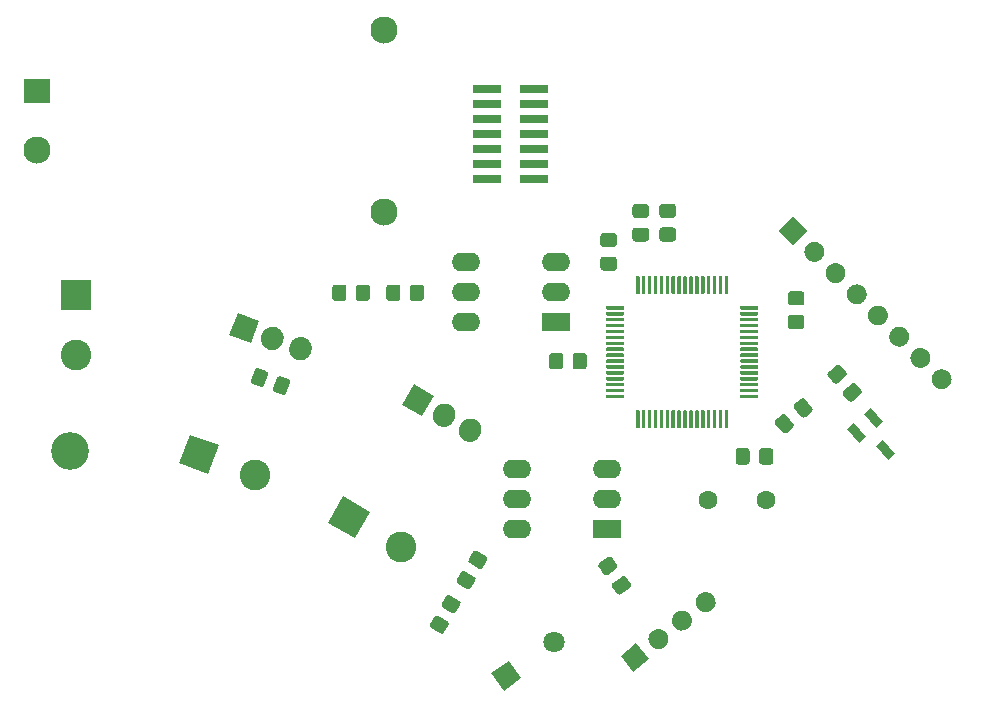
<source format=gbr>
%TF.GenerationSoftware,KiCad,Pcbnew,(5.1.9)-1*%
%TF.CreationDate,2021-12-25T05:37:13+03:00*%
%TF.ProjectId,filadry2,66696c61-6472-4793-922e-6b696361645f,rev?*%
%TF.SameCoordinates,Original*%
%TF.FileFunction,Soldermask,Top*%
%TF.FilePolarity,Negative*%
%FSLAX46Y46*%
G04 Gerber Fmt 4.6, Leading zero omitted, Abs format (unit mm)*
G04 Created by KiCad (PCBNEW (5.1.9)-1) date 2021-12-25 05:37:13*
%MOMM*%
%LPD*%
G01*
G04 APERTURE LIST*
%ADD10C,3.200000*%
%ADD11C,2.300000*%
%ADD12R,2.300000X2.000000*%
%ADD13C,1.600000*%
%ADD14O,2.400000X1.600000*%
%ADD15R,2.400000X1.600000*%
%ADD16C,0.100000*%
%ADD17R,2.600000X2.600000*%
%ADD18C,2.600000*%
%ADD19R,2.400000X0.740000*%
%ADD20C,1.800000*%
G04 APERTURE END LIST*
D10*
%TO.C,H1*%
X25704800Y-63093600D03*
%TD*%
D11*
%TO.C,PS1*%
X52310800Y-42813600D03*
X22910800Y-37613600D03*
D12*
X22910800Y-32613600D03*
D11*
X52310800Y-27413600D03*
%TD*%
D13*
%TO.C,Y1*%
X84584646Y-67214675D03*
X79684646Y-67214675D03*
%TD*%
D14*
%TO.C,U4*%
X63550800Y-69697600D03*
X71170800Y-64617600D03*
X63550800Y-67157600D03*
X71170800Y-67157600D03*
X63550800Y-64617600D03*
D15*
X71170800Y-69697600D03*
%TD*%
D14*
%TO.C,U3*%
X59232800Y-52171600D03*
X66852800Y-47091600D03*
X59232800Y-49631600D03*
X66852800Y-49631600D03*
X59232800Y-47091600D03*
D15*
X66852800Y-52171600D03*
%TD*%
%TO.C,U1*%
G36*
G01*
X72545800Y-58611600D02*
X71145800Y-58611600D01*
G75*
G02*
X71070800Y-58536600I0J75000D01*
G01*
X71070800Y-58386600D01*
G75*
G02*
X71145800Y-58311600I75000J0D01*
G01*
X72545800Y-58311600D01*
G75*
G02*
X72620800Y-58386600I0J-75000D01*
G01*
X72620800Y-58536600D01*
G75*
G02*
X72545800Y-58611600I-75000J0D01*
G01*
G37*
G36*
G01*
X72545800Y-58111600D02*
X71145800Y-58111600D01*
G75*
G02*
X71070800Y-58036600I0J75000D01*
G01*
X71070800Y-57886600D01*
G75*
G02*
X71145800Y-57811600I75000J0D01*
G01*
X72545800Y-57811600D01*
G75*
G02*
X72620800Y-57886600I0J-75000D01*
G01*
X72620800Y-58036600D01*
G75*
G02*
X72545800Y-58111600I-75000J0D01*
G01*
G37*
G36*
G01*
X72545800Y-57611600D02*
X71145800Y-57611600D01*
G75*
G02*
X71070800Y-57536600I0J75000D01*
G01*
X71070800Y-57386600D01*
G75*
G02*
X71145800Y-57311600I75000J0D01*
G01*
X72545800Y-57311600D01*
G75*
G02*
X72620800Y-57386600I0J-75000D01*
G01*
X72620800Y-57536600D01*
G75*
G02*
X72545800Y-57611600I-75000J0D01*
G01*
G37*
G36*
G01*
X72545800Y-57111600D02*
X71145800Y-57111600D01*
G75*
G02*
X71070800Y-57036600I0J75000D01*
G01*
X71070800Y-56886600D01*
G75*
G02*
X71145800Y-56811600I75000J0D01*
G01*
X72545800Y-56811600D01*
G75*
G02*
X72620800Y-56886600I0J-75000D01*
G01*
X72620800Y-57036600D01*
G75*
G02*
X72545800Y-57111600I-75000J0D01*
G01*
G37*
G36*
G01*
X72545800Y-56611600D02*
X71145800Y-56611600D01*
G75*
G02*
X71070800Y-56536600I0J75000D01*
G01*
X71070800Y-56386600D01*
G75*
G02*
X71145800Y-56311600I75000J0D01*
G01*
X72545800Y-56311600D01*
G75*
G02*
X72620800Y-56386600I0J-75000D01*
G01*
X72620800Y-56536600D01*
G75*
G02*
X72545800Y-56611600I-75000J0D01*
G01*
G37*
G36*
G01*
X72545800Y-56111600D02*
X71145800Y-56111600D01*
G75*
G02*
X71070800Y-56036600I0J75000D01*
G01*
X71070800Y-55886600D01*
G75*
G02*
X71145800Y-55811600I75000J0D01*
G01*
X72545800Y-55811600D01*
G75*
G02*
X72620800Y-55886600I0J-75000D01*
G01*
X72620800Y-56036600D01*
G75*
G02*
X72545800Y-56111600I-75000J0D01*
G01*
G37*
G36*
G01*
X72545800Y-55611600D02*
X71145800Y-55611600D01*
G75*
G02*
X71070800Y-55536600I0J75000D01*
G01*
X71070800Y-55386600D01*
G75*
G02*
X71145800Y-55311600I75000J0D01*
G01*
X72545800Y-55311600D01*
G75*
G02*
X72620800Y-55386600I0J-75000D01*
G01*
X72620800Y-55536600D01*
G75*
G02*
X72545800Y-55611600I-75000J0D01*
G01*
G37*
G36*
G01*
X72545800Y-55111600D02*
X71145800Y-55111600D01*
G75*
G02*
X71070800Y-55036600I0J75000D01*
G01*
X71070800Y-54886600D01*
G75*
G02*
X71145800Y-54811600I75000J0D01*
G01*
X72545800Y-54811600D01*
G75*
G02*
X72620800Y-54886600I0J-75000D01*
G01*
X72620800Y-55036600D01*
G75*
G02*
X72545800Y-55111600I-75000J0D01*
G01*
G37*
G36*
G01*
X72545800Y-54611600D02*
X71145800Y-54611600D01*
G75*
G02*
X71070800Y-54536600I0J75000D01*
G01*
X71070800Y-54386600D01*
G75*
G02*
X71145800Y-54311600I75000J0D01*
G01*
X72545800Y-54311600D01*
G75*
G02*
X72620800Y-54386600I0J-75000D01*
G01*
X72620800Y-54536600D01*
G75*
G02*
X72545800Y-54611600I-75000J0D01*
G01*
G37*
G36*
G01*
X72545800Y-54111600D02*
X71145800Y-54111600D01*
G75*
G02*
X71070800Y-54036600I0J75000D01*
G01*
X71070800Y-53886600D01*
G75*
G02*
X71145800Y-53811600I75000J0D01*
G01*
X72545800Y-53811600D01*
G75*
G02*
X72620800Y-53886600I0J-75000D01*
G01*
X72620800Y-54036600D01*
G75*
G02*
X72545800Y-54111600I-75000J0D01*
G01*
G37*
G36*
G01*
X72545800Y-53611600D02*
X71145800Y-53611600D01*
G75*
G02*
X71070800Y-53536600I0J75000D01*
G01*
X71070800Y-53386600D01*
G75*
G02*
X71145800Y-53311600I75000J0D01*
G01*
X72545800Y-53311600D01*
G75*
G02*
X72620800Y-53386600I0J-75000D01*
G01*
X72620800Y-53536600D01*
G75*
G02*
X72545800Y-53611600I-75000J0D01*
G01*
G37*
G36*
G01*
X72545800Y-53111600D02*
X71145800Y-53111600D01*
G75*
G02*
X71070800Y-53036600I0J75000D01*
G01*
X71070800Y-52886600D01*
G75*
G02*
X71145800Y-52811600I75000J0D01*
G01*
X72545800Y-52811600D01*
G75*
G02*
X72620800Y-52886600I0J-75000D01*
G01*
X72620800Y-53036600D01*
G75*
G02*
X72545800Y-53111600I-75000J0D01*
G01*
G37*
G36*
G01*
X72545800Y-52611600D02*
X71145800Y-52611600D01*
G75*
G02*
X71070800Y-52536600I0J75000D01*
G01*
X71070800Y-52386600D01*
G75*
G02*
X71145800Y-52311600I75000J0D01*
G01*
X72545800Y-52311600D01*
G75*
G02*
X72620800Y-52386600I0J-75000D01*
G01*
X72620800Y-52536600D01*
G75*
G02*
X72545800Y-52611600I-75000J0D01*
G01*
G37*
G36*
G01*
X72545800Y-52111600D02*
X71145800Y-52111600D01*
G75*
G02*
X71070800Y-52036600I0J75000D01*
G01*
X71070800Y-51886600D01*
G75*
G02*
X71145800Y-51811600I75000J0D01*
G01*
X72545800Y-51811600D01*
G75*
G02*
X72620800Y-51886600I0J-75000D01*
G01*
X72620800Y-52036600D01*
G75*
G02*
X72545800Y-52111600I-75000J0D01*
G01*
G37*
G36*
G01*
X72545800Y-51611600D02*
X71145800Y-51611600D01*
G75*
G02*
X71070800Y-51536600I0J75000D01*
G01*
X71070800Y-51386600D01*
G75*
G02*
X71145800Y-51311600I75000J0D01*
G01*
X72545800Y-51311600D01*
G75*
G02*
X72620800Y-51386600I0J-75000D01*
G01*
X72620800Y-51536600D01*
G75*
G02*
X72545800Y-51611600I-75000J0D01*
G01*
G37*
G36*
G01*
X72545800Y-51111600D02*
X71145800Y-51111600D01*
G75*
G02*
X71070800Y-51036600I0J75000D01*
G01*
X71070800Y-50886600D01*
G75*
G02*
X71145800Y-50811600I75000J0D01*
G01*
X72545800Y-50811600D01*
G75*
G02*
X72620800Y-50886600I0J-75000D01*
G01*
X72620800Y-51036600D01*
G75*
G02*
X72545800Y-51111600I-75000J0D01*
G01*
G37*
G36*
G01*
X73845800Y-49811600D02*
X73695800Y-49811600D01*
G75*
G02*
X73620800Y-49736600I0J75000D01*
G01*
X73620800Y-48336600D01*
G75*
G02*
X73695800Y-48261600I75000J0D01*
G01*
X73845800Y-48261600D01*
G75*
G02*
X73920800Y-48336600I0J-75000D01*
G01*
X73920800Y-49736600D01*
G75*
G02*
X73845800Y-49811600I-75000J0D01*
G01*
G37*
G36*
G01*
X74345800Y-49811600D02*
X74195800Y-49811600D01*
G75*
G02*
X74120800Y-49736600I0J75000D01*
G01*
X74120800Y-48336600D01*
G75*
G02*
X74195800Y-48261600I75000J0D01*
G01*
X74345800Y-48261600D01*
G75*
G02*
X74420800Y-48336600I0J-75000D01*
G01*
X74420800Y-49736600D01*
G75*
G02*
X74345800Y-49811600I-75000J0D01*
G01*
G37*
G36*
G01*
X74845800Y-49811600D02*
X74695800Y-49811600D01*
G75*
G02*
X74620800Y-49736600I0J75000D01*
G01*
X74620800Y-48336600D01*
G75*
G02*
X74695800Y-48261600I75000J0D01*
G01*
X74845800Y-48261600D01*
G75*
G02*
X74920800Y-48336600I0J-75000D01*
G01*
X74920800Y-49736600D01*
G75*
G02*
X74845800Y-49811600I-75000J0D01*
G01*
G37*
G36*
G01*
X75345800Y-49811600D02*
X75195800Y-49811600D01*
G75*
G02*
X75120800Y-49736600I0J75000D01*
G01*
X75120800Y-48336600D01*
G75*
G02*
X75195800Y-48261600I75000J0D01*
G01*
X75345800Y-48261600D01*
G75*
G02*
X75420800Y-48336600I0J-75000D01*
G01*
X75420800Y-49736600D01*
G75*
G02*
X75345800Y-49811600I-75000J0D01*
G01*
G37*
G36*
G01*
X75845800Y-49811600D02*
X75695800Y-49811600D01*
G75*
G02*
X75620800Y-49736600I0J75000D01*
G01*
X75620800Y-48336600D01*
G75*
G02*
X75695800Y-48261600I75000J0D01*
G01*
X75845800Y-48261600D01*
G75*
G02*
X75920800Y-48336600I0J-75000D01*
G01*
X75920800Y-49736600D01*
G75*
G02*
X75845800Y-49811600I-75000J0D01*
G01*
G37*
G36*
G01*
X76345800Y-49811600D02*
X76195800Y-49811600D01*
G75*
G02*
X76120800Y-49736600I0J75000D01*
G01*
X76120800Y-48336600D01*
G75*
G02*
X76195800Y-48261600I75000J0D01*
G01*
X76345800Y-48261600D01*
G75*
G02*
X76420800Y-48336600I0J-75000D01*
G01*
X76420800Y-49736600D01*
G75*
G02*
X76345800Y-49811600I-75000J0D01*
G01*
G37*
G36*
G01*
X76845800Y-49811600D02*
X76695800Y-49811600D01*
G75*
G02*
X76620800Y-49736600I0J75000D01*
G01*
X76620800Y-48336600D01*
G75*
G02*
X76695800Y-48261600I75000J0D01*
G01*
X76845800Y-48261600D01*
G75*
G02*
X76920800Y-48336600I0J-75000D01*
G01*
X76920800Y-49736600D01*
G75*
G02*
X76845800Y-49811600I-75000J0D01*
G01*
G37*
G36*
G01*
X77345800Y-49811600D02*
X77195800Y-49811600D01*
G75*
G02*
X77120800Y-49736600I0J75000D01*
G01*
X77120800Y-48336600D01*
G75*
G02*
X77195800Y-48261600I75000J0D01*
G01*
X77345800Y-48261600D01*
G75*
G02*
X77420800Y-48336600I0J-75000D01*
G01*
X77420800Y-49736600D01*
G75*
G02*
X77345800Y-49811600I-75000J0D01*
G01*
G37*
G36*
G01*
X77845800Y-49811600D02*
X77695800Y-49811600D01*
G75*
G02*
X77620800Y-49736600I0J75000D01*
G01*
X77620800Y-48336600D01*
G75*
G02*
X77695800Y-48261600I75000J0D01*
G01*
X77845800Y-48261600D01*
G75*
G02*
X77920800Y-48336600I0J-75000D01*
G01*
X77920800Y-49736600D01*
G75*
G02*
X77845800Y-49811600I-75000J0D01*
G01*
G37*
G36*
G01*
X78345800Y-49811600D02*
X78195800Y-49811600D01*
G75*
G02*
X78120800Y-49736600I0J75000D01*
G01*
X78120800Y-48336600D01*
G75*
G02*
X78195800Y-48261600I75000J0D01*
G01*
X78345800Y-48261600D01*
G75*
G02*
X78420800Y-48336600I0J-75000D01*
G01*
X78420800Y-49736600D01*
G75*
G02*
X78345800Y-49811600I-75000J0D01*
G01*
G37*
G36*
G01*
X78845800Y-49811600D02*
X78695800Y-49811600D01*
G75*
G02*
X78620800Y-49736600I0J75000D01*
G01*
X78620800Y-48336600D01*
G75*
G02*
X78695800Y-48261600I75000J0D01*
G01*
X78845800Y-48261600D01*
G75*
G02*
X78920800Y-48336600I0J-75000D01*
G01*
X78920800Y-49736600D01*
G75*
G02*
X78845800Y-49811600I-75000J0D01*
G01*
G37*
G36*
G01*
X79345800Y-49811600D02*
X79195800Y-49811600D01*
G75*
G02*
X79120800Y-49736600I0J75000D01*
G01*
X79120800Y-48336600D01*
G75*
G02*
X79195800Y-48261600I75000J0D01*
G01*
X79345800Y-48261600D01*
G75*
G02*
X79420800Y-48336600I0J-75000D01*
G01*
X79420800Y-49736600D01*
G75*
G02*
X79345800Y-49811600I-75000J0D01*
G01*
G37*
G36*
G01*
X79845800Y-49811600D02*
X79695800Y-49811600D01*
G75*
G02*
X79620800Y-49736600I0J75000D01*
G01*
X79620800Y-48336600D01*
G75*
G02*
X79695800Y-48261600I75000J0D01*
G01*
X79845800Y-48261600D01*
G75*
G02*
X79920800Y-48336600I0J-75000D01*
G01*
X79920800Y-49736600D01*
G75*
G02*
X79845800Y-49811600I-75000J0D01*
G01*
G37*
G36*
G01*
X80345800Y-49811600D02*
X80195800Y-49811600D01*
G75*
G02*
X80120800Y-49736600I0J75000D01*
G01*
X80120800Y-48336600D01*
G75*
G02*
X80195800Y-48261600I75000J0D01*
G01*
X80345800Y-48261600D01*
G75*
G02*
X80420800Y-48336600I0J-75000D01*
G01*
X80420800Y-49736600D01*
G75*
G02*
X80345800Y-49811600I-75000J0D01*
G01*
G37*
G36*
G01*
X80845800Y-49811600D02*
X80695800Y-49811600D01*
G75*
G02*
X80620800Y-49736600I0J75000D01*
G01*
X80620800Y-48336600D01*
G75*
G02*
X80695800Y-48261600I75000J0D01*
G01*
X80845800Y-48261600D01*
G75*
G02*
X80920800Y-48336600I0J-75000D01*
G01*
X80920800Y-49736600D01*
G75*
G02*
X80845800Y-49811600I-75000J0D01*
G01*
G37*
G36*
G01*
X81345800Y-49811600D02*
X81195800Y-49811600D01*
G75*
G02*
X81120800Y-49736600I0J75000D01*
G01*
X81120800Y-48336600D01*
G75*
G02*
X81195800Y-48261600I75000J0D01*
G01*
X81345800Y-48261600D01*
G75*
G02*
X81420800Y-48336600I0J-75000D01*
G01*
X81420800Y-49736600D01*
G75*
G02*
X81345800Y-49811600I-75000J0D01*
G01*
G37*
G36*
G01*
X83895800Y-51111600D02*
X82495800Y-51111600D01*
G75*
G02*
X82420800Y-51036600I0J75000D01*
G01*
X82420800Y-50886600D01*
G75*
G02*
X82495800Y-50811600I75000J0D01*
G01*
X83895800Y-50811600D01*
G75*
G02*
X83970800Y-50886600I0J-75000D01*
G01*
X83970800Y-51036600D01*
G75*
G02*
X83895800Y-51111600I-75000J0D01*
G01*
G37*
G36*
G01*
X83895800Y-51611600D02*
X82495800Y-51611600D01*
G75*
G02*
X82420800Y-51536600I0J75000D01*
G01*
X82420800Y-51386600D01*
G75*
G02*
X82495800Y-51311600I75000J0D01*
G01*
X83895800Y-51311600D01*
G75*
G02*
X83970800Y-51386600I0J-75000D01*
G01*
X83970800Y-51536600D01*
G75*
G02*
X83895800Y-51611600I-75000J0D01*
G01*
G37*
G36*
G01*
X83895800Y-52111600D02*
X82495800Y-52111600D01*
G75*
G02*
X82420800Y-52036600I0J75000D01*
G01*
X82420800Y-51886600D01*
G75*
G02*
X82495800Y-51811600I75000J0D01*
G01*
X83895800Y-51811600D01*
G75*
G02*
X83970800Y-51886600I0J-75000D01*
G01*
X83970800Y-52036600D01*
G75*
G02*
X83895800Y-52111600I-75000J0D01*
G01*
G37*
G36*
G01*
X83895800Y-52611600D02*
X82495800Y-52611600D01*
G75*
G02*
X82420800Y-52536600I0J75000D01*
G01*
X82420800Y-52386600D01*
G75*
G02*
X82495800Y-52311600I75000J0D01*
G01*
X83895800Y-52311600D01*
G75*
G02*
X83970800Y-52386600I0J-75000D01*
G01*
X83970800Y-52536600D01*
G75*
G02*
X83895800Y-52611600I-75000J0D01*
G01*
G37*
G36*
G01*
X83895800Y-53111600D02*
X82495800Y-53111600D01*
G75*
G02*
X82420800Y-53036600I0J75000D01*
G01*
X82420800Y-52886600D01*
G75*
G02*
X82495800Y-52811600I75000J0D01*
G01*
X83895800Y-52811600D01*
G75*
G02*
X83970800Y-52886600I0J-75000D01*
G01*
X83970800Y-53036600D01*
G75*
G02*
X83895800Y-53111600I-75000J0D01*
G01*
G37*
G36*
G01*
X83895800Y-53611600D02*
X82495800Y-53611600D01*
G75*
G02*
X82420800Y-53536600I0J75000D01*
G01*
X82420800Y-53386600D01*
G75*
G02*
X82495800Y-53311600I75000J0D01*
G01*
X83895800Y-53311600D01*
G75*
G02*
X83970800Y-53386600I0J-75000D01*
G01*
X83970800Y-53536600D01*
G75*
G02*
X83895800Y-53611600I-75000J0D01*
G01*
G37*
G36*
G01*
X83895800Y-54111600D02*
X82495800Y-54111600D01*
G75*
G02*
X82420800Y-54036600I0J75000D01*
G01*
X82420800Y-53886600D01*
G75*
G02*
X82495800Y-53811600I75000J0D01*
G01*
X83895800Y-53811600D01*
G75*
G02*
X83970800Y-53886600I0J-75000D01*
G01*
X83970800Y-54036600D01*
G75*
G02*
X83895800Y-54111600I-75000J0D01*
G01*
G37*
G36*
G01*
X83895800Y-54611600D02*
X82495800Y-54611600D01*
G75*
G02*
X82420800Y-54536600I0J75000D01*
G01*
X82420800Y-54386600D01*
G75*
G02*
X82495800Y-54311600I75000J0D01*
G01*
X83895800Y-54311600D01*
G75*
G02*
X83970800Y-54386600I0J-75000D01*
G01*
X83970800Y-54536600D01*
G75*
G02*
X83895800Y-54611600I-75000J0D01*
G01*
G37*
G36*
G01*
X83895800Y-55111600D02*
X82495800Y-55111600D01*
G75*
G02*
X82420800Y-55036600I0J75000D01*
G01*
X82420800Y-54886600D01*
G75*
G02*
X82495800Y-54811600I75000J0D01*
G01*
X83895800Y-54811600D01*
G75*
G02*
X83970800Y-54886600I0J-75000D01*
G01*
X83970800Y-55036600D01*
G75*
G02*
X83895800Y-55111600I-75000J0D01*
G01*
G37*
G36*
G01*
X83895800Y-55611600D02*
X82495800Y-55611600D01*
G75*
G02*
X82420800Y-55536600I0J75000D01*
G01*
X82420800Y-55386600D01*
G75*
G02*
X82495800Y-55311600I75000J0D01*
G01*
X83895800Y-55311600D01*
G75*
G02*
X83970800Y-55386600I0J-75000D01*
G01*
X83970800Y-55536600D01*
G75*
G02*
X83895800Y-55611600I-75000J0D01*
G01*
G37*
G36*
G01*
X83895800Y-56111600D02*
X82495800Y-56111600D01*
G75*
G02*
X82420800Y-56036600I0J75000D01*
G01*
X82420800Y-55886600D01*
G75*
G02*
X82495800Y-55811600I75000J0D01*
G01*
X83895800Y-55811600D01*
G75*
G02*
X83970800Y-55886600I0J-75000D01*
G01*
X83970800Y-56036600D01*
G75*
G02*
X83895800Y-56111600I-75000J0D01*
G01*
G37*
G36*
G01*
X83895800Y-56611600D02*
X82495800Y-56611600D01*
G75*
G02*
X82420800Y-56536600I0J75000D01*
G01*
X82420800Y-56386600D01*
G75*
G02*
X82495800Y-56311600I75000J0D01*
G01*
X83895800Y-56311600D01*
G75*
G02*
X83970800Y-56386600I0J-75000D01*
G01*
X83970800Y-56536600D01*
G75*
G02*
X83895800Y-56611600I-75000J0D01*
G01*
G37*
G36*
G01*
X83895800Y-57111600D02*
X82495800Y-57111600D01*
G75*
G02*
X82420800Y-57036600I0J75000D01*
G01*
X82420800Y-56886600D01*
G75*
G02*
X82495800Y-56811600I75000J0D01*
G01*
X83895800Y-56811600D01*
G75*
G02*
X83970800Y-56886600I0J-75000D01*
G01*
X83970800Y-57036600D01*
G75*
G02*
X83895800Y-57111600I-75000J0D01*
G01*
G37*
G36*
G01*
X83895800Y-57611600D02*
X82495800Y-57611600D01*
G75*
G02*
X82420800Y-57536600I0J75000D01*
G01*
X82420800Y-57386600D01*
G75*
G02*
X82495800Y-57311600I75000J0D01*
G01*
X83895800Y-57311600D01*
G75*
G02*
X83970800Y-57386600I0J-75000D01*
G01*
X83970800Y-57536600D01*
G75*
G02*
X83895800Y-57611600I-75000J0D01*
G01*
G37*
G36*
G01*
X83895800Y-58111600D02*
X82495800Y-58111600D01*
G75*
G02*
X82420800Y-58036600I0J75000D01*
G01*
X82420800Y-57886600D01*
G75*
G02*
X82495800Y-57811600I75000J0D01*
G01*
X83895800Y-57811600D01*
G75*
G02*
X83970800Y-57886600I0J-75000D01*
G01*
X83970800Y-58036600D01*
G75*
G02*
X83895800Y-58111600I-75000J0D01*
G01*
G37*
G36*
G01*
X83895800Y-58611600D02*
X82495800Y-58611600D01*
G75*
G02*
X82420800Y-58536600I0J75000D01*
G01*
X82420800Y-58386600D01*
G75*
G02*
X82495800Y-58311600I75000J0D01*
G01*
X83895800Y-58311600D01*
G75*
G02*
X83970800Y-58386600I0J-75000D01*
G01*
X83970800Y-58536600D01*
G75*
G02*
X83895800Y-58611600I-75000J0D01*
G01*
G37*
G36*
G01*
X81345800Y-61161600D02*
X81195800Y-61161600D01*
G75*
G02*
X81120800Y-61086600I0J75000D01*
G01*
X81120800Y-59686600D01*
G75*
G02*
X81195800Y-59611600I75000J0D01*
G01*
X81345800Y-59611600D01*
G75*
G02*
X81420800Y-59686600I0J-75000D01*
G01*
X81420800Y-61086600D01*
G75*
G02*
X81345800Y-61161600I-75000J0D01*
G01*
G37*
G36*
G01*
X80845800Y-61161600D02*
X80695800Y-61161600D01*
G75*
G02*
X80620800Y-61086600I0J75000D01*
G01*
X80620800Y-59686600D01*
G75*
G02*
X80695800Y-59611600I75000J0D01*
G01*
X80845800Y-59611600D01*
G75*
G02*
X80920800Y-59686600I0J-75000D01*
G01*
X80920800Y-61086600D01*
G75*
G02*
X80845800Y-61161600I-75000J0D01*
G01*
G37*
G36*
G01*
X80345800Y-61161600D02*
X80195800Y-61161600D01*
G75*
G02*
X80120800Y-61086600I0J75000D01*
G01*
X80120800Y-59686600D01*
G75*
G02*
X80195800Y-59611600I75000J0D01*
G01*
X80345800Y-59611600D01*
G75*
G02*
X80420800Y-59686600I0J-75000D01*
G01*
X80420800Y-61086600D01*
G75*
G02*
X80345800Y-61161600I-75000J0D01*
G01*
G37*
G36*
G01*
X79845800Y-61161600D02*
X79695800Y-61161600D01*
G75*
G02*
X79620800Y-61086600I0J75000D01*
G01*
X79620800Y-59686600D01*
G75*
G02*
X79695800Y-59611600I75000J0D01*
G01*
X79845800Y-59611600D01*
G75*
G02*
X79920800Y-59686600I0J-75000D01*
G01*
X79920800Y-61086600D01*
G75*
G02*
X79845800Y-61161600I-75000J0D01*
G01*
G37*
G36*
G01*
X79345800Y-61161600D02*
X79195800Y-61161600D01*
G75*
G02*
X79120800Y-61086600I0J75000D01*
G01*
X79120800Y-59686600D01*
G75*
G02*
X79195800Y-59611600I75000J0D01*
G01*
X79345800Y-59611600D01*
G75*
G02*
X79420800Y-59686600I0J-75000D01*
G01*
X79420800Y-61086600D01*
G75*
G02*
X79345800Y-61161600I-75000J0D01*
G01*
G37*
G36*
G01*
X78845800Y-61161600D02*
X78695800Y-61161600D01*
G75*
G02*
X78620800Y-61086600I0J75000D01*
G01*
X78620800Y-59686600D01*
G75*
G02*
X78695800Y-59611600I75000J0D01*
G01*
X78845800Y-59611600D01*
G75*
G02*
X78920800Y-59686600I0J-75000D01*
G01*
X78920800Y-61086600D01*
G75*
G02*
X78845800Y-61161600I-75000J0D01*
G01*
G37*
G36*
G01*
X78345800Y-61161600D02*
X78195800Y-61161600D01*
G75*
G02*
X78120800Y-61086600I0J75000D01*
G01*
X78120800Y-59686600D01*
G75*
G02*
X78195800Y-59611600I75000J0D01*
G01*
X78345800Y-59611600D01*
G75*
G02*
X78420800Y-59686600I0J-75000D01*
G01*
X78420800Y-61086600D01*
G75*
G02*
X78345800Y-61161600I-75000J0D01*
G01*
G37*
G36*
G01*
X77845800Y-61161600D02*
X77695800Y-61161600D01*
G75*
G02*
X77620800Y-61086600I0J75000D01*
G01*
X77620800Y-59686600D01*
G75*
G02*
X77695800Y-59611600I75000J0D01*
G01*
X77845800Y-59611600D01*
G75*
G02*
X77920800Y-59686600I0J-75000D01*
G01*
X77920800Y-61086600D01*
G75*
G02*
X77845800Y-61161600I-75000J0D01*
G01*
G37*
G36*
G01*
X77345800Y-61161600D02*
X77195800Y-61161600D01*
G75*
G02*
X77120800Y-61086600I0J75000D01*
G01*
X77120800Y-59686600D01*
G75*
G02*
X77195800Y-59611600I75000J0D01*
G01*
X77345800Y-59611600D01*
G75*
G02*
X77420800Y-59686600I0J-75000D01*
G01*
X77420800Y-61086600D01*
G75*
G02*
X77345800Y-61161600I-75000J0D01*
G01*
G37*
G36*
G01*
X76845800Y-61161600D02*
X76695800Y-61161600D01*
G75*
G02*
X76620800Y-61086600I0J75000D01*
G01*
X76620800Y-59686600D01*
G75*
G02*
X76695800Y-59611600I75000J0D01*
G01*
X76845800Y-59611600D01*
G75*
G02*
X76920800Y-59686600I0J-75000D01*
G01*
X76920800Y-61086600D01*
G75*
G02*
X76845800Y-61161600I-75000J0D01*
G01*
G37*
G36*
G01*
X76345800Y-61161600D02*
X76195800Y-61161600D01*
G75*
G02*
X76120800Y-61086600I0J75000D01*
G01*
X76120800Y-59686600D01*
G75*
G02*
X76195800Y-59611600I75000J0D01*
G01*
X76345800Y-59611600D01*
G75*
G02*
X76420800Y-59686600I0J-75000D01*
G01*
X76420800Y-61086600D01*
G75*
G02*
X76345800Y-61161600I-75000J0D01*
G01*
G37*
G36*
G01*
X75845800Y-61161600D02*
X75695800Y-61161600D01*
G75*
G02*
X75620800Y-61086600I0J75000D01*
G01*
X75620800Y-59686600D01*
G75*
G02*
X75695800Y-59611600I75000J0D01*
G01*
X75845800Y-59611600D01*
G75*
G02*
X75920800Y-59686600I0J-75000D01*
G01*
X75920800Y-61086600D01*
G75*
G02*
X75845800Y-61161600I-75000J0D01*
G01*
G37*
G36*
G01*
X75345800Y-61161600D02*
X75195800Y-61161600D01*
G75*
G02*
X75120800Y-61086600I0J75000D01*
G01*
X75120800Y-59686600D01*
G75*
G02*
X75195800Y-59611600I75000J0D01*
G01*
X75345800Y-59611600D01*
G75*
G02*
X75420800Y-59686600I0J-75000D01*
G01*
X75420800Y-61086600D01*
G75*
G02*
X75345800Y-61161600I-75000J0D01*
G01*
G37*
G36*
G01*
X74845800Y-61161600D02*
X74695800Y-61161600D01*
G75*
G02*
X74620800Y-61086600I0J75000D01*
G01*
X74620800Y-59686600D01*
G75*
G02*
X74695800Y-59611600I75000J0D01*
G01*
X74845800Y-59611600D01*
G75*
G02*
X74920800Y-59686600I0J-75000D01*
G01*
X74920800Y-61086600D01*
G75*
G02*
X74845800Y-61161600I-75000J0D01*
G01*
G37*
G36*
G01*
X74345800Y-61161600D02*
X74195800Y-61161600D01*
G75*
G02*
X74120800Y-61086600I0J75000D01*
G01*
X74120800Y-59686600D01*
G75*
G02*
X74195800Y-59611600I75000J0D01*
G01*
X74345800Y-59611600D01*
G75*
G02*
X74420800Y-59686600I0J-75000D01*
G01*
X74420800Y-61086600D01*
G75*
G02*
X74345800Y-61161600I-75000J0D01*
G01*
G37*
G36*
G01*
X73845800Y-61161600D02*
X73695800Y-61161600D01*
G75*
G02*
X73620800Y-61086600I0J75000D01*
G01*
X73620800Y-59686600D01*
G75*
G02*
X73695800Y-59611600I75000J0D01*
G01*
X73845800Y-59611600D01*
G75*
G02*
X73920800Y-59686600I0J-75000D01*
G01*
X73920800Y-61086600D01*
G75*
G02*
X73845800Y-61161600I-75000J0D01*
G01*
G37*
%TD*%
%TO.C,R20*%
G36*
G01*
X71747801Y-45818600D02*
X70847799Y-45818600D01*
G75*
G02*
X70597800Y-45568601I0J249999D01*
G01*
X70597800Y-44868599D01*
G75*
G02*
X70847799Y-44618600I249999J0D01*
G01*
X71747801Y-44618600D01*
G75*
G02*
X71997800Y-44868599I0J-249999D01*
G01*
X71997800Y-45568601D01*
G75*
G02*
X71747801Y-45818600I-249999J0D01*
G01*
G37*
G36*
G01*
X71747801Y-47818600D02*
X70847799Y-47818600D01*
G75*
G02*
X70597800Y-47568601I0J249999D01*
G01*
X70597800Y-46868599D01*
G75*
G02*
X70847799Y-46618600I249999J0D01*
G01*
X71747801Y-46618600D01*
G75*
G02*
X71997800Y-46868599I0J-249999D01*
G01*
X71997800Y-47568601D01*
G75*
G02*
X71747801Y-47818600I-249999J0D01*
G01*
G37*
%TD*%
%TO.C,R19*%
G36*
G01*
X74459947Y-43355319D02*
X73559945Y-43355319D01*
G75*
G02*
X73309946Y-43105320I0J249999D01*
G01*
X73309946Y-42405318D01*
G75*
G02*
X73559945Y-42155319I249999J0D01*
G01*
X74459947Y-42155319D01*
G75*
G02*
X74709946Y-42405318I0J-249999D01*
G01*
X74709946Y-43105320D01*
G75*
G02*
X74459947Y-43355319I-249999J0D01*
G01*
G37*
G36*
G01*
X74459947Y-45355319D02*
X73559945Y-45355319D01*
G75*
G02*
X73309946Y-45105320I0J249999D01*
G01*
X73309946Y-44405318D01*
G75*
G02*
X73559945Y-44155319I249999J0D01*
G01*
X74459947Y-44155319D01*
G75*
G02*
X74709946Y-44405318I0J-249999D01*
G01*
X74709946Y-45105320D01*
G75*
G02*
X74459947Y-45355319I-249999J0D01*
G01*
G37*
%TD*%
%TO.C,R18*%
G36*
G01*
X76745948Y-43345840D02*
X75845946Y-43345840D01*
G75*
G02*
X75595947Y-43095841I0J249999D01*
G01*
X75595947Y-42395839D01*
G75*
G02*
X75845946Y-42145840I249999J0D01*
G01*
X76745948Y-42145840D01*
G75*
G02*
X76995947Y-42395839I0J-249999D01*
G01*
X76995947Y-43095841D01*
G75*
G02*
X76745948Y-43345840I-249999J0D01*
G01*
G37*
G36*
G01*
X76745948Y-45345840D02*
X75845946Y-45345840D01*
G75*
G02*
X75595947Y-45095841I0J249999D01*
G01*
X75595947Y-44395839D01*
G75*
G02*
X75845946Y-44145840I249999J0D01*
G01*
X76745948Y-44145840D01*
G75*
G02*
X76995947Y-44395839I0J-249999D01*
G01*
X76995947Y-45095841D01*
G75*
G02*
X76745948Y-45345840I-249999J0D01*
G01*
G37*
%TD*%
%TO.C,R17*%
G36*
G01*
X58052512Y-76792215D02*
X57273086Y-76342214D01*
G75*
G02*
X57181581Y-76000710I125000J216505D01*
G01*
X57531582Y-75394491D01*
G75*
G02*
X57873087Y-75302985I216505J-124999D01*
G01*
X58652512Y-75752986D01*
G75*
G02*
X58744017Y-76094490I-125000J-216505D01*
G01*
X58394016Y-76700709D01*
G75*
G02*
X58052512Y-76792215I-216505J124999D01*
G01*
G37*
G36*
G01*
X57052512Y-78524265D02*
X56273086Y-78074264D01*
G75*
G02*
X56181581Y-77732760I125000J216505D01*
G01*
X56531582Y-77126541D01*
G75*
G02*
X56873087Y-77035035I216505J-124999D01*
G01*
X57652512Y-77485036D01*
G75*
G02*
X57744017Y-77826540I-125000J-216505D01*
G01*
X57394016Y-78432759D01*
G75*
G02*
X57052512Y-78524265I-216505J124999D01*
G01*
G37*
%TD*%
%TO.C,R16*%
G36*
G01*
X49895200Y-50132401D02*
X49895200Y-49232399D01*
G75*
G02*
X50145199Y-48982400I249999J0D01*
G01*
X50845201Y-48982400D01*
G75*
G02*
X51095200Y-49232399I0J-249999D01*
G01*
X51095200Y-50132401D01*
G75*
G02*
X50845201Y-50382400I-249999J0D01*
G01*
X50145199Y-50382400D01*
G75*
G02*
X49895200Y-50132401I0J249999D01*
G01*
G37*
G36*
G01*
X47895200Y-50132401D02*
X47895200Y-49232399D01*
G75*
G02*
X48145199Y-48982400I249999J0D01*
G01*
X48845201Y-48982400D01*
G75*
G02*
X49095200Y-49232399I0J-249999D01*
G01*
X49095200Y-50132401D01*
G75*
G02*
X48845201Y-50382400I-249999J0D01*
G01*
X48145199Y-50382400D01*
G75*
G02*
X47895200Y-50132401I0J249999D01*
G01*
G37*
%TD*%
%TO.C,R14*%
G36*
G01*
X42893968Y-57760470D02*
X43201787Y-56914745D01*
G75*
G02*
X43522214Y-56765328I234922J-85505D01*
G01*
X44180001Y-57004743D01*
G75*
G02*
X44329418Y-57325170I-85505J-234922D01*
G01*
X44021599Y-58170895D01*
G75*
G02*
X43701172Y-58320312I-234922J85505D01*
G01*
X43043385Y-58080897D01*
G75*
G02*
X42893968Y-57760470I85505J234922D01*
G01*
G37*
G36*
G01*
X41014582Y-57076430D02*
X41322401Y-56230705D01*
G75*
G02*
X41642828Y-56081288I234922J-85505D01*
G01*
X42300615Y-56320703D01*
G75*
G02*
X42450032Y-56641130I-85505J-234922D01*
G01*
X42142213Y-57486855D01*
G75*
G02*
X41821786Y-57636272I-234922J85505D01*
G01*
X41163999Y-57396857D01*
G75*
G02*
X41014582Y-57076430I85505J234922D01*
G01*
G37*
%TD*%
%TO.C,R11*%
G36*
G01*
X60322514Y-73028165D02*
X59543088Y-72578164D01*
G75*
G02*
X59451583Y-72236660I125000J216505D01*
G01*
X59801584Y-71630441D01*
G75*
G02*
X60143089Y-71538935I216505J-124999D01*
G01*
X60922514Y-71988936D01*
G75*
G02*
X61014019Y-72330440I-125000J-216505D01*
G01*
X60664018Y-72936659D01*
G75*
G02*
X60322514Y-73028165I-216505J124999D01*
G01*
G37*
G36*
G01*
X59322514Y-74760215D02*
X58543088Y-74310214D01*
G75*
G02*
X58451583Y-73968710I125000J216505D01*
G01*
X58801584Y-73362491D01*
G75*
G02*
X59143089Y-73270985I216505J-124999D01*
G01*
X59922514Y-73720986D01*
G75*
G02*
X60014019Y-74062490I-125000J-216505D01*
G01*
X59664018Y-74668709D01*
G75*
G02*
X59322514Y-74760215I-216505J124999D01*
G01*
G37*
%TD*%
%TO.C,R10*%
G36*
G01*
X54467200Y-50132401D02*
X54467200Y-49232399D01*
G75*
G02*
X54717199Y-48982400I249999J0D01*
G01*
X55417201Y-48982400D01*
G75*
G02*
X55667200Y-49232399I0J-249999D01*
G01*
X55667200Y-50132401D01*
G75*
G02*
X55417201Y-50382400I-249999J0D01*
G01*
X54717199Y-50382400D01*
G75*
G02*
X54467200Y-50132401I0J249999D01*
G01*
G37*
G36*
G01*
X52467200Y-50132401D02*
X52467200Y-49232399D01*
G75*
G02*
X52717199Y-48982400I249999J0D01*
G01*
X53417201Y-48982400D01*
G75*
G02*
X53667200Y-49232399I0J-249999D01*
G01*
X53667200Y-50132401D01*
G75*
G02*
X53417201Y-50382400I-249999J0D01*
G01*
X52717199Y-50382400D01*
G75*
G02*
X52467200Y-50132401I0J249999D01*
G01*
G37*
%TD*%
%TO.C,R8*%
G36*
G01*
X71666610Y-74220371D02*
X72403849Y-73704151D01*
G75*
G02*
X72752030Y-73765544I143394J-204787D01*
G01*
X73153535Y-74338952D01*
G75*
G02*
X73092142Y-74687133I-204787J-143394D01*
G01*
X72354903Y-75203353D01*
G75*
G02*
X72006722Y-75141960I-143394J204787D01*
G01*
X71605217Y-74568552D01*
G75*
G02*
X71666610Y-74220371I204787J143394D01*
G01*
G37*
G36*
G01*
X70519458Y-72582067D02*
X71256697Y-72065847D01*
G75*
G02*
X71604878Y-72127240I143394J-204787D01*
G01*
X72006383Y-72700648D01*
G75*
G02*
X71944990Y-73048829I-204787J-143394D01*
G01*
X71207751Y-73565049D01*
G75*
G02*
X70859570Y-73503656I-143394J204787D01*
G01*
X70458065Y-72930248D01*
G75*
G02*
X70519458Y-72582067I204787J143394D01*
G01*
G37*
%TD*%
%TO.C,R7*%
G36*
G01*
X68252799Y-55923602D02*
X68252799Y-55023600D01*
G75*
G02*
X68502798Y-54773601I249999J0D01*
G01*
X69202800Y-54773601D01*
G75*
G02*
X69452799Y-55023600I0J-249999D01*
G01*
X69452799Y-55923602D01*
G75*
G02*
X69202800Y-56173601I-249999J0D01*
G01*
X68502798Y-56173601D01*
G75*
G02*
X68252799Y-55923602I0J249999D01*
G01*
G37*
G36*
G01*
X66252799Y-55923602D02*
X66252799Y-55023600D01*
G75*
G02*
X66502798Y-54773601I249999J0D01*
G01*
X67202800Y-54773601D01*
G75*
G02*
X67452799Y-55023600I0J-249999D01*
G01*
X67452799Y-55923602D01*
G75*
G02*
X67202800Y-56173601I-249999J0D01*
G01*
X66502798Y-56173601D01*
G75*
G02*
X66252799Y-55923602I0J249999D01*
G01*
G37*
%TD*%
%TO.C,R6*%
G36*
G01*
X87622801Y-50755600D02*
X86722799Y-50755600D01*
G75*
G02*
X86472800Y-50505601I0J249999D01*
G01*
X86472800Y-49805599D01*
G75*
G02*
X86722799Y-49555600I249999J0D01*
G01*
X87622801Y-49555600D01*
G75*
G02*
X87872800Y-49805599I0J-249999D01*
G01*
X87872800Y-50505601D01*
G75*
G02*
X87622801Y-50755600I-249999J0D01*
G01*
G37*
G36*
G01*
X87622801Y-52755600D02*
X86722799Y-52755600D01*
G75*
G02*
X86472800Y-52505601I0J249999D01*
G01*
X86472800Y-51805599D01*
G75*
G02*
X86722799Y-51555600I249999J0D01*
G01*
X87622801Y-51555600D01*
G75*
G02*
X87872800Y-51805599I0J-249999D01*
G01*
X87872800Y-52505601D01*
G75*
G02*
X87622801Y-52755600I-249999J0D01*
G01*
G37*
%TD*%
%TO.C,R2*%
G36*
G01*
X84042646Y-63981675D02*
X84042646Y-63081673D01*
G75*
G02*
X84292645Y-62831674I249999J0D01*
G01*
X84992647Y-62831674D01*
G75*
G02*
X85242646Y-63081673I0J-249999D01*
G01*
X85242646Y-63981675D01*
G75*
G02*
X84992647Y-64231674I-249999J0D01*
G01*
X84292645Y-64231674D01*
G75*
G02*
X84042646Y-63981675I0J249999D01*
G01*
G37*
G36*
G01*
X82042646Y-63981675D02*
X82042646Y-63081673D01*
G75*
G02*
X82292645Y-62831674I249999J0D01*
G01*
X82992647Y-62831674D01*
G75*
G02*
X83242646Y-63081673I0J-249999D01*
G01*
X83242646Y-63981675D01*
G75*
G02*
X82992647Y-64231674I-249999J0D01*
G01*
X82292645Y-64231674D01*
G75*
G02*
X82042646Y-63981675I0J249999D01*
G01*
G37*
%TD*%
%TO.C,R1*%
G36*
G01*
X91375205Y-56757527D02*
X90685764Y-57336037D01*
G75*
G02*
X90333558Y-57305223I-160696J191510D01*
G01*
X89883605Y-56768991D01*
G75*
G02*
X89914419Y-56416785I191510J160696D01*
G01*
X90603860Y-55838275D01*
G75*
G02*
X90956066Y-55869089I160696J-191510D01*
G01*
X91406019Y-56405321D01*
G75*
G02*
X91375205Y-56757527I-191510J-160696D01*
G01*
G37*
G36*
G01*
X92660781Y-58289615D02*
X91971340Y-58868125D01*
G75*
G02*
X91619134Y-58837311I-160696J191510D01*
G01*
X91169181Y-58301079D01*
G75*
G02*
X91199995Y-57948873I191510J160696D01*
G01*
X91889436Y-57370363D01*
G75*
G02*
X92241642Y-57401177I160696J-191510D01*
G01*
X92691595Y-57937409D01*
G75*
G02*
X92660781Y-58289615I-191510J-160696D01*
G01*
G37*
%TD*%
D16*
%TO.C,Q3*%
G36*
X53843911Y-59165375D02*
G01*
X54843911Y-57433325D01*
X56493689Y-58385825D01*
X55493689Y-60117875D01*
X53843911Y-59165375D01*
G37*
G36*
G01*
X56519866Y-59610486D02*
X56567366Y-59528214D01*
G75*
G02*
X57868505Y-59179575I824889J-476250D01*
G01*
X57868505Y-59179575D01*
G75*
G02*
X58217144Y-60480714I-476250J-824889D01*
G01*
X58169644Y-60562986D01*
G75*
G02*
X56868505Y-60911625I-824889J476250D01*
G01*
X56868505Y-60911625D01*
G75*
G02*
X56519866Y-59610486I476250J824889D01*
G01*
G37*
G36*
G01*
X58719570Y-60880486D02*
X58767070Y-60798214D01*
G75*
G02*
X60068209Y-60449575I824889J-476250D01*
G01*
X60068209Y-60449575D01*
G75*
G02*
X60416848Y-61750714I-476250J-824889D01*
G01*
X60369348Y-61832986D01*
G75*
G02*
X59068209Y-62181625I-824889J476250D01*
G01*
X59068209Y-62181625D01*
G75*
G02*
X58719570Y-60880486I476250J824889D01*
G01*
G37*
%TD*%
%TO.C,Q2*%
G36*
X39199723Y-53293518D02*
G01*
X39883763Y-51414133D01*
X41673877Y-52065682D01*
X40989837Y-53945067D01*
X39199723Y-53293518D01*
G37*
G36*
G01*
X41912316Y-53267192D02*
X41944808Y-53177922D01*
G75*
G02*
X43165639Y-52608639I895057J-325774D01*
G01*
X43165639Y-52608639D01*
G75*
G02*
X43734922Y-53829470I-325774J-895057D01*
G01*
X43702430Y-53918740D01*
G75*
G02*
X42481599Y-54488023I-895057J325774D01*
G01*
X42481599Y-54488023D01*
G75*
G02*
X41912316Y-53267192I325774J895057D01*
G01*
G37*
G36*
G01*
X44299136Y-54135923D02*
X44331628Y-54046653D01*
G75*
G02*
X45552459Y-53477370I895057J-325774D01*
G01*
X45552459Y-53477370D01*
G75*
G02*
X46121742Y-54698201I-325774J-895057D01*
G01*
X46089250Y-54787471D01*
G75*
G02*
X44868419Y-55356754I-895057J325774D01*
G01*
X44868419Y-55356754D01*
G75*
G02*
X44299136Y-54135923I325774J895057D01*
G01*
G37*
%TD*%
%TO.C,Q1*%
G36*
X92930587Y-59965392D02*
G01*
X93543422Y-59451162D01*
X94546171Y-60646192D01*
X93933336Y-61160422D01*
X92930587Y-59965392D01*
G37*
G36*
X91475103Y-61186688D02*
G01*
X92087938Y-60672458D01*
X93090687Y-61867488D01*
X92477852Y-62381718D01*
X91475103Y-61186688D01*
G37*
G36*
X93938371Y-62644360D02*
G01*
X94551206Y-62130130D01*
X95553955Y-63325160D01*
X94941120Y-63839390D01*
X93938371Y-62644360D01*
G37*
%TD*%
D17*
%TO.C,J6*%
X26212800Y-49885600D03*
D18*
X26212800Y-54965600D03*
%TD*%
D19*
%TO.C,J5*%
X64942000Y-40081200D03*
X61042000Y-40081200D03*
X64942000Y-38811200D03*
X61042000Y-38811200D03*
X64942000Y-37541200D03*
X61042000Y-37541200D03*
X64942000Y-36271200D03*
X61042000Y-36271200D03*
X64942000Y-35001200D03*
X61042000Y-35001200D03*
X64942000Y-33731200D03*
X61042000Y-33731200D03*
X64942000Y-32461200D03*
X61042000Y-32461200D03*
%TD*%
D16*
%TO.C,J4*%
G36*
X47550967Y-69157433D02*
G01*
X48850967Y-66905767D01*
X51102633Y-68205767D01*
X49802633Y-70457433D01*
X47550967Y-69157433D01*
G37*
D18*
X53726209Y-71221600D03*
%TD*%
D16*
%TO.C,J3*%
G36*
X34960573Y-64124574D02*
G01*
X35849826Y-61681373D01*
X38293027Y-62570626D01*
X37403774Y-65013827D01*
X34960573Y-64124574D01*
G37*
D18*
X41400439Y-65085062D03*
%TD*%
%TO.C,J2*%
G36*
G01*
X98890118Y-57598000D02*
X98890118Y-57598000D01*
G75*
G02*
X98890118Y-56395918I601041J601041D01*
G01*
X98890118Y-56395918D01*
G75*
G02*
X100092200Y-56395918I601041J-601041D01*
G01*
X100092200Y-56395918D01*
G75*
G02*
X100092200Y-57598000I-601041J-601041D01*
G01*
X100092200Y-57598000D01*
G75*
G02*
X98890118Y-57598000I-601041J601041D01*
G01*
G37*
G36*
G01*
X97094066Y-55801948D02*
X97094066Y-55801948D01*
G75*
G02*
X97094066Y-54599866I601041J601041D01*
G01*
X97094066Y-54599866D01*
G75*
G02*
X98296148Y-54599866I601041J-601041D01*
G01*
X98296148Y-54599866D01*
G75*
G02*
X98296148Y-55801948I-601041J-601041D01*
G01*
X98296148Y-55801948D01*
G75*
G02*
X97094066Y-55801948I-601041J601041D01*
G01*
G37*
G36*
G01*
X95298015Y-54005897D02*
X95298015Y-54005897D01*
G75*
G02*
X95298015Y-52803815I601041J601041D01*
G01*
X95298015Y-52803815D01*
G75*
G02*
X96500097Y-52803815I601041J-601041D01*
G01*
X96500097Y-52803815D01*
G75*
G02*
X96500097Y-54005897I-601041J-601041D01*
G01*
X96500097Y-54005897D01*
G75*
G02*
X95298015Y-54005897I-601041J601041D01*
G01*
G37*
G36*
G01*
X93501964Y-52209846D02*
X93501964Y-52209846D01*
G75*
G02*
X93501964Y-51007764I601041J601041D01*
G01*
X93501964Y-51007764D01*
G75*
G02*
X94704046Y-51007764I601041J-601041D01*
G01*
X94704046Y-51007764D01*
G75*
G02*
X94704046Y-52209846I-601041J-601041D01*
G01*
X94704046Y-52209846D01*
G75*
G02*
X93501964Y-52209846I-601041J601041D01*
G01*
G37*
G36*
G01*
X91705913Y-50413795D02*
X91705913Y-50413795D01*
G75*
G02*
X91705913Y-49211713I601041J601041D01*
G01*
X91705913Y-49211713D01*
G75*
G02*
X92907995Y-49211713I601041J-601041D01*
G01*
X92907995Y-49211713D01*
G75*
G02*
X92907995Y-50413795I-601041J-601041D01*
G01*
X92907995Y-50413795D01*
G75*
G02*
X91705913Y-50413795I-601041J601041D01*
G01*
G37*
G36*
G01*
X89909861Y-48617743D02*
X89909861Y-48617743D01*
G75*
G02*
X89909861Y-47415661I601041J601041D01*
G01*
X89909861Y-47415661D01*
G75*
G02*
X91111943Y-47415661I601041J-601041D01*
G01*
X91111943Y-47415661D01*
G75*
G02*
X91111943Y-48617743I-601041J-601041D01*
G01*
X91111943Y-48617743D01*
G75*
G02*
X89909861Y-48617743I-601041J601041D01*
G01*
G37*
G36*
G01*
X88113810Y-46821692D02*
X88113810Y-46821692D01*
G75*
G02*
X88113810Y-45619610I601041J601041D01*
G01*
X88113810Y-45619610D01*
G75*
G02*
X89315892Y-45619610I601041J-601041D01*
G01*
X89315892Y-45619610D01*
G75*
G02*
X89315892Y-46821692I-601041J-601041D01*
G01*
X89315892Y-46821692D01*
G75*
G02*
X88113810Y-46821692I-601041J601041D01*
G01*
G37*
D16*
G36*
X86918800Y-45626682D02*
G01*
X85716718Y-44424600D01*
X86918800Y-43222518D01*
X88120882Y-44424600D01*
X86918800Y-45626682D01*
G37*
%TD*%
%TO.C,J1*%
G36*
G01*
X80035554Y-76547269D02*
X80035554Y-76547269D01*
G75*
G02*
X78842433Y-76400772I-523312J669809D01*
G01*
X78842433Y-76400772D01*
G75*
G02*
X78988930Y-75207651I669809J523312D01*
G01*
X78988930Y-75207651D01*
G75*
G02*
X80182051Y-75354148I523312J-669809D01*
G01*
X80182051Y-75354148D01*
G75*
G02*
X80035554Y-76547269I-669809J-523312D01*
G01*
G37*
G36*
G01*
X78034007Y-78111049D02*
X78034007Y-78111049D01*
G75*
G02*
X76840886Y-77964552I-523312J669809D01*
G01*
X76840886Y-77964552D01*
G75*
G02*
X76987383Y-76771431I669809J523312D01*
G01*
X76987383Y-76771431D01*
G75*
G02*
X78180504Y-76917928I523312J-669809D01*
G01*
X78180504Y-76917928D01*
G75*
G02*
X78034007Y-78111049I-669809J-523312D01*
G01*
G37*
G36*
G01*
X76032459Y-79674829D02*
X76032459Y-79674829D01*
G75*
G02*
X74839338Y-79528332I-523312J669809D01*
G01*
X74839338Y-79528332D01*
G75*
G02*
X74985835Y-78335211I669809J523312D01*
G01*
X74985835Y-78335211D01*
G75*
G02*
X76178956Y-78481708I523312J-669809D01*
G01*
X76178956Y-78481708D01*
G75*
G02*
X76032459Y-79674829I-669809J-523312D01*
G01*
G37*
G36*
X74700721Y-80715297D02*
G01*
X73361103Y-81761921D01*
X72314479Y-80422303D01*
X73654097Y-79375679D01*
X74700721Y-80715297D01*
G37*
%TD*%
%TO.C,C7*%
G36*
G01*
X87619644Y-60171017D02*
X87008996Y-59443275D01*
G75*
G02*
X87039810Y-59091067I191511J160697D01*
G01*
X87556890Y-58657185D01*
G75*
G02*
X87909098Y-58687999I160697J-191511D01*
G01*
X88519746Y-59415741D01*
G75*
G02*
X88488932Y-59767949I-191511J-160697D01*
G01*
X87971852Y-60201831D01*
G75*
G02*
X87619644Y-60171017I-160697J191511D01*
G01*
G37*
G36*
G01*
X86030102Y-61504801D02*
X85419454Y-60777059D01*
G75*
G02*
X85450268Y-60424851I191511J160697D01*
G01*
X85967348Y-59990969D01*
G75*
G02*
X86319556Y-60021783I160697J-191511D01*
G01*
X86930204Y-60749525D01*
G75*
G02*
X86899390Y-61101733I-191511J-160697D01*
G01*
X86382310Y-61535615D01*
G75*
G02*
X86030102Y-61504801I-160697J191511D01*
G01*
G37*
%TD*%
D20*
%TO.C,BZ1*%
X66716280Y-79236459D03*
D16*
G36*
X62399502Y-83357797D02*
G01*
X61367064Y-81883323D01*
X62841538Y-80850885D01*
X63873976Y-82325359D01*
X62399502Y-83357797D01*
G37*
%TD*%
M02*

</source>
